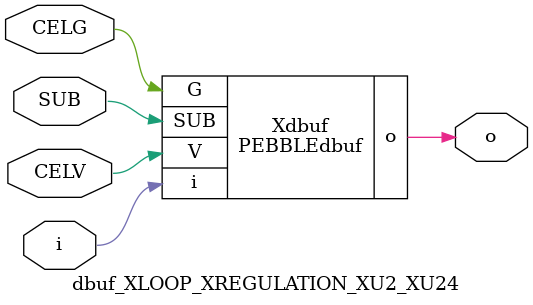
<source format=v>



module PEBBLEdbuf ( o, G, SUB, V, i );

  input V;
  input i;
  input G;
  output o;
  input SUB;
endmodule

//Celera Confidential Do Not Copy dbuf_XLOOP_XREGULATION_XU2_XU24
//Celera Confidential Symbol Generator
//Digital Buffer
module dbuf_XLOOP_XREGULATION_XU2_XU24 (CELV,CELG,i,o,SUB);
input CELV;
input CELG;
input i;
input SUB;
output o;

//Celera Confidential Do Not Copy dbuf
PEBBLEdbuf Xdbuf(
.V (CELV),
.i (i),
.o (o),
.SUB (SUB),
.G (CELG)
);
//,diesize,PEBBLEdbuf

//Celera Confidential Do Not Copy Module End
//Celera Schematic Generator
endmodule

</source>
